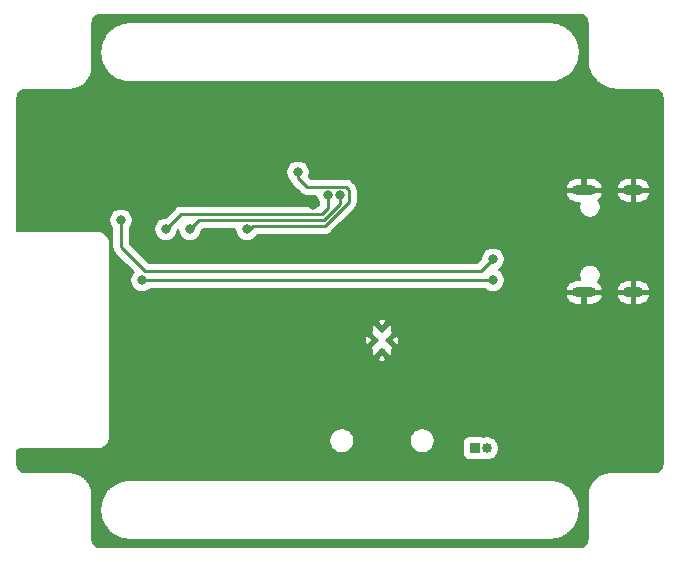
<source format=gbl>
%TF.GenerationSoftware,KiCad,Pcbnew,(5.1.10)-1*%
%TF.CreationDate,2021-12-12T00:52:53+01:00*%
%TF.ProjectId,tracker,74726163-6b65-4722-9e6b-696361645f70,rev?*%
%TF.SameCoordinates,Original*%
%TF.FileFunction,Copper,L2,Bot*%
%TF.FilePolarity,Positive*%
%FSLAX46Y46*%
G04 Gerber Fmt 4.6, Leading zero omitted, Abs format (unit mm)*
G04 Created by KiCad (PCBNEW (5.1.10)-1) date 2021-12-12 00:52:53*
%MOMM*%
%LPD*%
G01*
G04 APERTURE LIST*
%TA.AperFunction,ComponentPad*%
%ADD10O,2.000000X0.900000*%
%TD*%
%TA.AperFunction,ComponentPad*%
%ADD11O,1.700000X0.900000*%
%TD*%
%TA.AperFunction,ComponentPad*%
%ADD12R,0.850000X0.850000*%
%TD*%
%TA.AperFunction,ComponentPad*%
%ADD13O,0.850000X0.850000*%
%TD*%
%TA.AperFunction,ComponentPad*%
%ADD14C,0.500000*%
%TD*%
%TA.AperFunction,ViaPad*%
%ADD15C,0.800000*%
%TD*%
%TA.AperFunction,Conductor*%
%ADD16C,0.250000*%
%TD*%
%TA.AperFunction,Conductor*%
%ADD17C,0.200000*%
%TD*%
%TA.AperFunction,Conductor*%
%ADD18C,0.100000*%
%TD*%
G04 APERTURE END LIST*
D10*
%TO.P,J1,S1*%
%TO.N,GND*%
X181966000Y-86362000D03*
X181966000Y-77722000D03*
D11*
X186136000Y-86362000D03*
X186136000Y-77722000D03*
%TD*%
D12*
%TO.P,J2,1*%
%TO.N,Net-(C6-Pad1)*%
X172720000Y-99568000D03*
D13*
%TO.P,J2,2*%
%TO.N,Net-(C6-Pad2)*%
X173720000Y-99568000D03*
%TD*%
D14*
%TO.P,U7,11*%
%TO.N,GND*%
X164846000Y-91374000D03*
X164271000Y-90424000D03*
X165421000Y-90424000D03*
X164846000Y-89474000D03*
%TD*%
D15*
%TO.N,GND*%
X185420000Y-90678000D03*
X182880000Y-90805000D03*
X155765500Y-73025000D03*
X160524000Y-73981500D03*
X159004000Y-78994000D03*
%TO.N,SCL*%
X146558000Y-81026000D03*
X160274000Y-78105000D03*
%TO.N,SDA*%
X148590000Y-81026000D03*
X161290000Y-78105000D03*
%TO.N,TX*%
X174244000Y-83566000D03*
X142748000Y-80264000D03*
%TO.N,INT*%
X153416000Y-81026000D03*
X157734000Y-76200000D03*
%TO.N,RX*%
X174244000Y-85344000D03*
X144526000Y-85344000D03*
%TD*%
D16*
%TO.N,SCL*%
X146558000Y-81026000D02*
X147828000Y-79756000D01*
X147828000Y-79756000D02*
X159766000Y-79756000D01*
X160274000Y-79248000D02*
X160274000Y-78232000D01*
X159766000Y-79756000D02*
X160274000Y-79248000D01*
%TO.N,SDA*%
X161290000Y-78868410D02*
X161290000Y-78232000D01*
X159952401Y-80206009D02*
X161290000Y-78868410D01*
X159823990Y-80206010D02*
X159952401Y-80206009D01*
X159766000Y-80264000D02*
X159823990Y-80206010D01*
X149352000Y-80264000D02*
X159766000Y-80264000D01*
X148590000Y-81026000D02*
X149352000Y-80264000D01*
%TO.N,TX*%
X142748000Y-80264000D02*
X142748000Y-82550000D01*
X142748000Y-82550000D02*
X144780000Y-84582000D01*
X173228000Y-84582000D02*
X174244000Y-83566000D01*
X144780000Y-84582000D02*
X173228000Y-84582000D01*
%TO.N,INT*%
X157734000Y-75946000D02*
X157734000Y-76708000D01*
X162052000Y-78742820D02*
X160020000Y-80774820D01*
X158496000Y-77470000D02*
X161798000Y-77470000D01*
X162052000Y-77724000D02*
X162052000Y-78742820D01*
X161798000Y-77470000D02*
X162052000Y-77724000D01*
X157734000Y-76708000D02*
X158496000Y-77470000D01*
X153416000Y-81026000D02*
X153670000Y-81026000D01*
X153921180Y-80774820D02*
X154683180Y-80774820D01*
X154683180Y-80774820D02*
X154429180Y-80774820D01*
X153670000Y-81026000D02*
X153921180Y-80774820D01*
X160020000Y-80774820D02*
X154683180Y-80774820D01*
%TO.N,RX*%
X174244000Y-85344000D02*
X144526000Y-85344000D01*
%TD*%
D17*
%TO.N,GND*%
X181734700Y-62870224D02*
X181854645Y-62906438D01*
X181965282Y-62965264D01*
X182062377Y-63044454D01*
X182142245Y-63140997D01*
X182201838Y-63251212D01*
X182238891Y-63370911D01*
X182255000Y-63524180D01*
X182255001Y-66705704D01*
X182257701Y-66733114D01*
X182257618Y-66744945D01*
X182258470Y-66753630D01*
X182297333Y-67123384D01*
X182308722Y-67178868D01*
X182319338Y-67234517D01*
X182321860Y-67242871D01*
X182431802Y-67598035D01*
X182453765Y-67650281D01*
X182474974Y-67702777D01*
X182479070Y-67710481D01*
X182655902Y-68037526D01*
X182687586Y-68084500D01*
X182718597Y-68131890D01*
X182724105Y-68138643D01*
X182724111Y-68138651D01*
X182724118Y-68138658D01*
X182961101Y-68425122D01*
X183001284Y-68465025D01*
X183040930Y-68505510D01*
X183047653Y-68511072D01*
X183335770Y-68746055D01*
X183382980Y-68777421D01*
X183429694Y-68809407D01*
X183437359Y-68813551D01*
X183437368Y-68813557D01*
X183437377Y-68813561D01*
X183765642Y-68988103D01*
X183818041Y-69009700D01*
X183870079Y-69032004D01*
X183878409Y-69034582D01*
X183878416Y-69034585D01*
X183878423Y-69034586D01*
X184234338Y-69142044D01*
X184289910Y-69153048D01*
X184345317Y-69164825D01*
X184353991Y-69165737D01*
X184353995Y-69165737D01*
X184723445Y-69201961D01*
X184754296Y-69205000D01*
X187929434Y-69205000D01*
X188084700Y-69220224D01*
X188204645Y-69256438D01*
X188315282Y-69315264D01*
X188412377Y-69394454D01*
X188492245Y-69490997D01*
X188551838Y-69601212D01*
X188588891Y-69720911D01*
X188605000Y-69874180D01*
X188605001Y-100934424D01*
X188589776Y-101089700D01*
X188553562Y-101209646D01*
X188494737Y-101320279D01*
X188415547Y-101417376D01*
X188319005Y-101497244D01*
X188208787Y-101556838D01*
X188089089Y-101593891D01*
X187935820Y-101610000D01*
X184119296Y-101610000D01*
X184092312Y-101612658D01*
X184084490Y-101612603D01*
X184075805Y-101613455D01*
X183829302Y-101639363D01*
X183773819Y-101650752D01*
X183718166Y-101661368D01*
X183709812Y-101663890D01*
X183473036Y-101737185D01*
X183420765Y-101759158D01*
X183368295Y-101780357D01*
X183360590Y-101784453D01*
X183142561Y-101902341D01*
X183095593Y-101934021D01*
X183048196Y-101965037D01*
X183041434Y-101970552D01*
X182850454Y-102128545D01*
X182810518Y-102168761D01*
X182770067Y-102208373D01*
X182764504Y-102215097D01*
X182607850Y-102407175D01*
X182576501Y-102454359D01*
X182544497Y-102501099D01*
X182540347Y-102508775D01*
X182423984Y-102727622D01*
X182402397Y-102779997D01*
X182380083Y-102832059D01*
X182377503Y-102840395D01*
X182305863Y-103077676D01*
X182294861Y-103133240D01*
X182283082Y-103188654D01*
X182282170Y-103197333D01*
X182257983Y-103444011D01*
X182257983Y-103444019D01*
X182255001Y-103474296D01*
X182255000Y-107284434D01*
X182239776Y-107439700D01*
X182203562Y-107559646D01*
X182144737Y-107670279D01*
X182065547Y-107767376D01*
X181969005Y-107847244D01*
X181858787Y-107906838D01*
X181739089Y-107943891D01*
X181585820Y-107960000D01*
X141000566Y-107960000D01*
X140845300Y-107944776D01*
X140725354Y-107908562D01*
X140614721Y-107849737D01*
X140517624Y-107770547D01*
X140437756Y-107674005D01*
X140378162Y-107563787D01*
X140341109Y-107444089D01*
X140325000Y-107290820D01*
X140325000Y-104731652D01*
X140982618Y-104731652D01*
X140983014Y-104788299D01*
X140982618Y-104844945D01*
X140983470Y-104853630D01*
X141022333Y-105223384D01*
X141033722Y-105278868D01*
X141044338Y-105334517D01*
X141046860Y-105342871D01*
X141156802Y-105698035D01*
X141178765Y-105750281D01*
X141199974Y-105802777D01*
X141204070Y-105810481D01*
X141380902Y-106137526D01*
X141412586Y-106184500D01*
X141443597Y-106231890D01*
X141449105Y-106238643D01*
X141449111Y-106238651D01*
X141449118Y-106238658D01*
X141686101Y-106525122D01*
X141726284Y-106565025D01*
X141765930Y-106605510D01*
X141772653Y-106611072D01*
X142060770Y-106846055D01*
X142107980Y-106877421D01*
X142154694Y-106909407D01*
X142162359Y-106913551D01*
X142162368Y-106913557D01*
X142162377Y-106913561D01*
X142490642Y-107088103D01*
X142543041Y-107109700D01*
X142595079Y-107132004D01*
X142603409Y-107134582D01*
X142603416Y-107134585D01*
X142603423Y-107134586D01*
X142959338Y-107242044D01*
X143014910Y-107253048D01*
X143070317Y-107264825D01*
X143078991Y-107265737D01*
X143078995Y-107265737D01*
X143448445Y-107301961D01*
X143479296Y-107305000D01*
X179100704Y-107305000D01*
X179132880Y-107301831D01*
X179157587Y-107301831D01*
X179166266Y-107300919D01*
X179535740Y-107259476D01*
X179591130Y-107247702D01*
X179646717Y-107236696D01*
X179655053Y-107234115D01*
X180009440Y-107121697D01*
X180061517Y-107099377D01*
X180113879Y-107077795D01*
X180121550Y-107073647D01*
X180121554Y-107073645D01*
X180121557Y-107073643D01*
X180447358Y-106894533D01*
X180494137Y-106862503D01*
X180541280Y-106831181D01*
X180548004Y-106825619D01*
X180832812Y-106586637D01*
X180872441Y-106546169D01*
X180912641Y-106506249D01*
X180918156Y-106499487D01*
X181151122Y-106209736D01*
X181182169Y-106162292D01*
X181213816Y-106115373D01*
X181217910Y-106107673D01*
X181217913Y-106107669D01*
X181217915Y-106107665D01*
X181390162Y-105778186D01*
X181411387Y-105725654D01*
X181433334Y-105673443D01*
X181435856Y-105665089D01*
X181540828Y-105308424D01*
X181551446Y-105252764D01*
X181562833Y-105197292D01*
X181563685Y-105188608D01*
X181597382Y-104818348D01*
X181596986Y-104761702D01*
X181597382Y-104705055D01*
X181596530Y-104696370D01*
X181557667Y-104326616D01*
X181546273Y-104271107D01*
X181535662Y-104215482D01*
X181533140Y-104207129D01*
X181423198Y-103851965D01*
X181401240Y-103799730D01*
X181380026Y-103747223D01*
X181375930Y-103739518D01*
X181199098Y-103412474D01*
X181167396Y-103365473D01*
X181136402Y-103318110D01*
X181130887Y-103311347D01*
X180893898Y-103024878D01*
X180853719Y-102984978D01*
X180814071Y-102944491D01*
X180807347Y-102938928D01*
X180519230Y-102703945D01*
X180472020Y-102672579D01*
X180425306Y-102640593D01*
X180417641Y-102636449D01*
X180417632Y-102636443D01*
X180417623Y-102636439D01*
X180089358Y-102461898D01*
X180036978Y-102440308D01*
X179984920Y-102417996D01*
X179976584Y-102415415D01*
X179620662Y-102307956D01*
X179565083Y-102296951D01*
X179509683Y-102285175D01*
X179501010Y-102284264D01*
X179501007Y-102284263D01*
X179501004Y-102284263D01*
X179131556Y-102248039D01*
X179100704Y-102245000D01*
X143479296Y-102245000D01*
X143447120Y-102248169D01*
X143422413Y-102248169D01*
X143413734Y-102249081D01*
X143044260Y-102290524D01*
X142988870Y-102302298D01*
X142933283Y-102313304D01*
X142924947Y-102315885D01*
X142570560Y-102428303D01*
X142518496Y-102450617D01*
X142466120Y-102472205D01*
X142458444Y-102476356D01*
X142132642Y-102655468D01*
X142085889Y-102687480D01*
X142038720Y-102718819D01*
X142031996Y-102724381D01*
X141747188Y-102963363D01*
X141707543Y-103003847D01*
X141667359Y-103043751D01*
X141661849Y-103050508D01*
X141661844Y-103050513D01*
X141661840Y-103050518D01*
X141428878Y-103340264D01*
X141397852Y-103387677D01*
X141366183Y-103434628D01*
X141362090Y-103442327D01*
X141362087Y-103442331D01*
X141362087Y-103442332D01*
X141189838Y-103771814D01*
X141168613Y-103824346D01*
X141146666Y-103876557D01*
X141144144Y-103884911D01*
X141039172Y-104241576D01*
X141028554Y-104297236D01*
X141017167Y-104352708D01*
X141016315Y-104361393D01*
X140982618Y-104731652D01*
X140325000Y-104731652D01*
X140325000Y-103474296D01*
X140322342Y-103447304D01*
X140322397Y-103439490D01*
X140321545Y-103430805D01*
X140295637Y-103184302D01*
X140284248Y-103128819D01*
X140273632Y-103073166D01*
X140271110Y-103064812D01*
X140197815Y-102828036D01*
X140175842Y-102775765D01*
X140154643Y-102723295D01*
X140150547Y-102715590D01*
X140032659Y-102497561D01*
X140000979Y-102450593D01*
X139969963Y-102403196D01*
X139964448Y-102396434D01*
X139806455Y-102205454D01*
X139766239Y-102165518D01*
X139726627Y-102125067D01*
X139719903Y-102119504D01*
X139527825Y-101962850D01*
X139480641Y-101931501D01*
X139433901Y-101899497D01*
X139426225Y-101895347D01*
X139207378Y-101778984D01*
X139155003Y-101757397D01*
X139102941Y-101735083D01*
X139094605Y-101732503D01*
X139094607Y-101732503D01*
X139094599Y-101732501D01*
X138857324Y-101660863D01*
X138801760Y-101649861D01*
X138746346Y-101638082D01*
X138737671Y-101637170D01*
X138737667Y-101637170D01*
X138491557Y-101613039D01*
X138460704Y-101610000D01*
X134650566Y-101610000D01*
X134495300Y-101594776D01*
X134375354Y-101558562D01*
X134264721Y-101499737D01*
X134167624Y-101420547D01*
X134087756Y-101324005D01*
X134028162Y-101213787D01*
X133991109Y-101094089D01*
X133975000Y-100940820D01*
X133975000Y-99699706D01*
X134023829Y-99685164D01*
X134201167Y-99668000D01*
X140732000Y-99668000D01*
X140741802Y-99667518D01*
X140936892Y-99648303D01*
X140956118Y-99644479D01*
X141143711Y-99587574D01*
X141161823Y-99580072D01*
X141334710Y-99487662D01*
X141351009Y-99476771D01*
X141502546Y-99352408D01*
X141516408Y-99338546D01*
X141640771Y-99187009D01*
X141651662Y-99170710D01*
X141744072Y-98997823D01*
X141751574Y-98979711D01*
X141797113Y-98829584D01*
X160396000Y-98829584D01*
X160396000Y-99036416D01*
X160436350Y-99239274D01*
X160515502Y-99430362D01*
X160630411Y-99602336D01*
X160776664Y-99748589D01*
X160948638Y-99863498D01*
X161139726Y-99942650D01*
X161342584Y-99983000D01*
X161549416Y-99983000D01*
X161752274Y-99942650D01*
X161943362Y-99863498D01*
X162115336Y-99748589D01*
X162261589Y-99602336D01*
X162376498Y-99430362D01*
X162455650Y-99239274D01*
X162496000Y-99036416D01*
X162496000Y-98829584D01*
X167196000Y-98829584D01*
X167196000Y-99036416D01*
X167236350Y-99239274D01*
X167315502Y-99430362D01*
X167430411Y-99602336D01*
X167576664Y-99748589D01*
X167748638Y-99863498D01*
X167939726Y-99942650D01*
X168142584Y-99983000D01*
X168349416Y-99983000D01*
X168552274Y-99942650D01*
X168743362Y-99863498D01*
X168915336Y-99748589D01*
X169061589Y-99602336D01*
X169176498Y-99430362D01*
X169255650Y-99239274D01*
X169274799Y-99143000D01*
X171692097Y-99143000D01*
X171692097Y-99993000D01*
X171703682Y-100110621D01*
X171737990Y-100223721D01*
X171793704Y-100327955D01*
X171868683Y-100419317D01*
X171960045Y-100494296D01*
X172064279Y-100550010D01*
X172177379Y-100584318D01*
X172295000Y-100595903D01*
X173145000Y-100595903D01*
X173262621Y-100584318D01*
X173375721Y-100550010D01*
X173391703Y-100541467D01*
X173421018Y-100553610D01*
X173619046Y-100593000D01*
X173820954Y-100593000D01*
X174018982Y-100553610D01*
X174205520Y-100476344D01*
X174373400Y-100364170D01*
X174516170Y-100221400D01*
X174628344Y-100053520D01*
X174705610Y-99866982D01*
X174745000Y-99668954D01*
X174745000Y-99467046D01*
X174705610Y-99269018D01*
X174628344Y-99082480D01*
X174516170Y-98914600D01*
X174373400Y-98771830D01*
X174205520Y-98659656D01*
X174018982Y-98582390D01*
X173820954Y-98543000D01*
X173619046Y-98543000D01*
X173421018Y-98582390D01*
X173391703Y-98594533D01*
X173375721Y-98585990D01*
X173262621Y-98551682D01*
X173145000Y-98540097D01*
X172295000Y-98540097D01*
X172177379Y-98551682D01*
X172064279Y-98585990D01*
X171960045Y-98641704D01*
X171868683Y-98716683D01*
X171793704Y-98808045D01*
X171737990Y-98912279D01*
X171703682Y-99025379D01*
X171692097Y-99143000D01*
X169274799Y-99143000D01*
X169296000Y-99036416D01*
X169296000Y-98829584D01*
X169255650Y-98626726D01*
X169176498Y-98435638D01*
X169061589Y-98263664D01*
X168915336Y-98117411D01*
X168743362Y-98002502D01*
X168552274Y-97923350D01*
X168349416Y-97883000D01*
X168142584Y-97883000D01*
X167939726Y-97923350D01*
X167748638Y-98002502D01*
X167576664Y-98117411D01*
X167430411Y-98263664D01*
X167315502Y-98435638D01*
X167236350Y-98626726D01*
X167196000Y-98829584D01*
X162496000Y-98829584D01*
X162455650Y-98626726D01*
X162376498Y-98435638D01*
X162261589Y-98263664D01*
X162115336Y-98117411D01*
X161943362Y-98002502D01*
X161752274Y-97923350D01*
X161549416Y-97883000D01*
X161342584Y-97883000D01*
X161139726Y-97923350D01*
X160948638Y-98002502D01*
X160776664Y-98117411D01*
X160630411Y-98263664D01*
X160515502Y-98435638D01*
X160436350Y-98626726D01*
X160396000Y-98829584D01*
X141797113Y-98829584D01*
X141808479Y-98792118D01*
X141812303Y-98772892D01*
X141831518Y-98577802D01*
X141832000Y-98568000D01*
X141832000Y-91966520D01*
X164465612Y-91966520D01*
X164473120Y-92142420D01*
X164630196Y-92200401D01*
X164795566Y-92226623D01*
X164962873Y-92220079D01*
X165125689Y-92181021D01*
X165218880Y-92142420D01*
X165226388Y-91966520D01*
X164846000Y-91586132D01*
X164465612Y-91966520D01*
X141832000Y-91966520D01*
X141832000Y-90373566D01*
X163418377Y-90373566D01*
X163424921Y-90540873D01*
X163463979Y-90703689D01*
X163502580Y-90796880D01*
X163678480Y-90804388D01*
X164058868Y-90424000D01*
X163678480Y-90043612D01*
X163502580Y-90051120D01*
X163444599Y-90208196D01*
X163418377Y-90373566D01*
X141832000Y-90373566D01*
X141832000Y-89831480D01*
X163890612Y-89831480D01*
X164271000Y-90211868D01*
X164285143Y-90197726D01*
X164497275Y-90409858D01*
X164483132Y-90424000D01*
X164497275Y-90438143D01*
X164285143Y-90650275D01*
X164271000Y-90636132D01*
X163890612Y-91016520D01*
X163898120Y-91192420D01*
X164007755Y-91232889D01*
X163993377Y-91323566D01*
X163999921Y-91490873D01*
X164038979Y-91653689D01*
X164077580Y-91746880D01*
X164253480Y-91754388D01*
X164633868Y-91374000D01*
X164619726Y-91359858D01*
X164831858Y-91147726D01*
X164846000Y-91161868D01*
X164860143Y-91147726D01*
X165072275Y-91359858D01*
X165058132Y-91374000D01*
X165438520Y-91754388D01*
X165614420Y-91746880D01*
X165672401Y-91589804D01*
X165698623Y-91424434D01*
X165692079Y-91257127D01*
X165686626Y-91234395D01*
X165700689Y-91231021D01*
X165793880Y-91192420D01*
X165801388Y-91016520D01*
X165421000Y-90636132D01*
X165406858Y-90650275D01*
X165194726Y-90438143D01*
X165208868Y-90424000D01*
X165633132Y-90424000D01*
X166013520Y-90804388D01*
X166189420Y-90796880D01*
X166247401Y-90639804D01*
X166273623Y-90474434D01*
X166267079Y-90307127D01*
X166228021Y-90144311D01*
X166189420Y-90051120D01*
X166013520Y-90043612D01*
X165633132Y-90424000D01*
X165208868Y-90424000D01*
X165194726Y-90409858D01*
X165406858Y-90197726D01*
X165421000Y-90211868D01*
X165801388Y-89831480D01*
X165793880Y-89655580D01*
X165684245Y-89615111D01*
X165698623Y-89524434D01*
X165692079Y-89357127D01*
X165653021Y-89194311D01*
X165614420Y-89101120D01*
X165438520Y-89093612D01*
X165058132Y-89474000D01*
X165072275Y-89488143D01*
X164860143Y-89700275D01*
X164846000Y-89686132D01*
X164831858Y-89700275D01*
X164619726Y-89488143D01*
X164633868Y-89474000D01*
X164253480Y-89093612D01*
X164077580Y-89101120D01*
X164019599Y-89258196D01*
X163993377Y-89423566D01*
X163999921Y-89590873D01*
X164005374Y-89613605D01*
X163991311Y-89616979D01*
X163898120Y-89655580D01*
X163890612Y-89831480D01*
X141832000Y-89831480D01*
X141832000Y-88881480D01*
X164465612Y-88881480D01*
X164846000Y-89261868D01*
X165226388Y-88881480D01*
X165218880Y-88705580D01*
X165061804Y-88647599D01*
X164896434Y-88621377D01*
X164729127Y-88627921D01*
X164566311Y-88666979D01*
X164473120Y-88705580D01*
X164465612Y-88881480D01*
X141832000Y-88881480D01*
X141832000Y-86672725D01*
X180413030Y-86672725D01*
X180459621Y-86820627D01*
X180567471Y-86998395D01*
X180707930Y-87151707D01*
X180875600Y-87274671D01*
X181064037Y-87362561D01*
X181266000Y-87412000D01*
X181816000Y-87412000D01*
X181816000Y-86512000D01*
X182116000Y-86512000D01*
X182116000Y-87412000D01*
X182666000Y-87412000D01*
X182867963Y-87362561D01*
X183056400Y-87274671D01*
X183224070Y-87151707D01*
X183364529Y-86998395D01*
X183472379Y-86820627D01*
X183518970Y-86672725D01*
X184733030Y-86672725D01*
X184779621Y-86820627D01*
X184887471Y-86998395D01*
X185027930Y-87151707D01*
X185195600Y-87274671D01*
X185384037Y-87362561D01*
X185586000Y-87412000D01*
X185986000Y-87412000D01*
X185986000Y-86512000D01*
X186286000Y-86512000D01*
X186286000Y-87412000D01*
X186686000Y-87412000D01*
X186887963Y-87362561D01*
X187076400Y-87274671D01*
X187244070Y-87151707D01*
X187384529Y-86998395D01*
X187492379Y-86820627D01*
X187538970Y-86672725D01*
X187423412Y-86512000D01*
X186286000Y-86512000D01*
X185986000Y-86512000D01*
X184848588Y-86512000D01*
X184733030Y-86672725D01*
X183518970Y-86672725D01*
X183403412Y-86512000D01*
X182116000Y-86512000D01*
X181816000Y-86512000D01*
X180528588Y-86512000D01*
X180413030Y-86672725D01*
X141832000Y-86672725D01*
X141832000Y-82280000D01*
X141831518Y-82270198D01*
X141812303Y-82075108D01*
X141808479Y-82055882D01*
X141751574Y-81868289D01*
X141744072Y-81850177D01*
X141651662Y-81677290D01*
X141640771Y-81660991D01*
X141516408Y-81509454D01*
X141502546Y-81495592D01*
X141351009Y-81371229D01*
X141334710Y-81360338D01*
X141161823Y-81267928D01*
X141143711Y-81260426D01*
X140956118Y-81203521D01*
X140936892Y-81199697D01*
X140741802Y-81180482D01*
X140732000Y-81180000D01*
X134227908Y-81180000D01*
X134047515Y-81162232D01*
X133975000Y-81140235D01*
X133975000Y-80165509D01*
X141748000Y-80165509D01*
X141748000Y-80362491D01*
X141786429Y-80555689D01*
X141861811Y-80737678D01*
X141971249Y-80901463D01*
X142023000Y-80953214D01*
X142023001Y-82514393D01*
X142019494Y-82550000D01*
X142033492Y-82692124D01*
X142074947Y-82828787D01*
X142142269Y-82954736D01*
X142210170Y-83037474D01*
X142210173Y-83037477D01*
X142232869Y-83065132D01*
X142260523Y-83087827D01*
X143814241Y-84641545D01*
X143749249Y-84706537D01*
X143639811Y-84870322D01*
X143564429Y-85052311D01*
X143526000Y-85245509D01*
X143526000Y-85442491D01*
X143564429Y-85635689D01*
X143639811Y-85817678D01*
X143749249Y-85981463D01*
X143888537Y-86120751D01*
X144052322Y-86230189D01*
X144234311Y-86305571D01*
X144427509Y-86344000D01*
X144624491Y-86344000D01*
X144817689Y-86305571D01*
X144999678Y-86230189D01*
X145163463Y-86120751D01*
X145215214Y-86069000D01*
X173554786Y-86069000D01*
X173606537Y-86120751D01*
X173770322Y-86230189D01*
X173952311Y-86305571D01*
X174145509Y-86344000D01*
X174342491Y-86344000D01*
X174535689Y-86305571D01*
X174717678Y-86230189D01*
X174881463Y-86120751D01*
X174950939Y-86051275D01*
X180413030Y-86051275D01*
X180528588Y-86212000D01*
X181816000Y-86212000D01*
X181816000Y-86192000D01*
X182116000Y-86192000D01*
X182116000Y-86212000D01*
X183403412Y-86212000D01*
X183518970Y-86051275D01*
X184733030Y-86051275D01*
X184848588Y-86212000D01*
X185986000Y-86212000D01*
X185986000Y-85312000D01*
X186286000Y-85312000D01*
X186286000Y-86212000D01*
X187423412Y-86212000D01*
X187538970Y-86051275D01*
X187492379Y-85903373D01*
X187384529Y-85725605D01*
X187244070Y-85572293D01*
X187076400Y-85449329D01*
X186887963Y-85361439D01*
X186686000Y-85312000D01*
X186286000Y-85312000D01*
X185986000Y-85312000D01*
X185586000Y-85312000D01*
X185384037Y-85361439D01*
X185195600Y-85449329D01*
X185027930Y-85572293D01*
X184887471Y-85725605D01*
X184779621Y-85903373D01*
X184733030Y-86051275D01*
X183518970Y-86051275D01*
X183472379Y-85903373D01*
X183364529Y-85725605D01*
X183224070Y-85572293D01*
X183140089Y-85510704D01*
X183145076Y-85505717D01*
X183243570Y-85358310D01*
X183311414Y-85194520D01*
X183346000Y-85020642D01*
X183346000Y-84843358D01*
X183311414Y-84669480D01*
X183243570Y-84505690D01*
X183145076Y-84358283D01*
X183019717Y-84232924D01*
X182872310Y-84134430D01*
X182708520Y-84066586D01*
X182534642Y-84032000D01*
X182357358Y-84032000D01*
X182183480Y-84066586D01*
X182019690Y-84134430D01*
X181872283Y-84232924D01*
X181746924Y-84358283D01*
X181648430Y-84505690D01*
X181580586Y-84669480D01*
X181546000Y-84843358D01*
X181546000Y-85020642D01*
X181580586Y-85194520D01*
X181629248Y-85312000D01*
X181266000Y-85312000D01*
X181064037Y-85361439D01*
X180875600Y-85449329D01*
X180707930Y-85572293D01*
X180567471Y-85725605D01*
X180459621Y-85903373D01*
X180413030Y-86051275D01*
X174950939Y-86051275D01*
X175020751Y-85981463D01*
X175130189Y-85817678D01*
X175205571Y-85635689D01*
X175244000Y-85442491D01*
X175244000Y-85245509D01*
X175205571Y-85052311D01*
X175130189Y-84870322D01*
X175020751Y-84706537D01*
X174881463Y-84567249D01*
X174717678Y-84457811D01*
X174710892Y-84455000D01*
X174717678Y-84452189D01*
X174881463Y-84342751D01*
X175020751Y-84203463D01*
X175130189Y-84039678D01*
X175205571Y-83857689D01*
X175244000Y-83664491D01*
X175244000Y-83467509D01*
X175205571Y-83274311D01*
X175130189Y-83092322D01*
X175020751Y-82928537D01*
X174881463Y-82789249D01*
X174717678Y-82679811D01*
X174535689Y-82604429D01*
X174342491Y-82566000D01*
X174145509Y-82566000D01*
X173952311Y-82604429D01*
X173770322Y-82679811D01*
X173606537Y-82789249D01*
X173467249Y-82928537D01*
X173357811Y-83092322D01*
X173282429Y-83274311D01*
X173244000Y-83467509D01*
X173244000Y-83540695D01*
X172927696Y-83857000D01*
X145080305Y-83857000D01*
X143473000Y-82249696D01*
X143473000Y-80953214D01*
X143498705Y-80927509D01*
X145558000Y-80927509D01*
X145558000Y-81124491D01*
X145596429Y-81317689D01*
X145671811Y-81499678D01*
X145781249Y-81663463D01*
X145920537Y-81802751D01*
X146084322Y-81912189D01*
X146266311Y-81987571D01*
X146459509Y-82026000D01*
X146656491Y-82026000D01*
X146849689Y-81987571D01*
X147031678Y-81912189D01*
X147195463Y-81802751D01*
X147334751Y-81663463D01*
X147444189Y-81499678D01*
X147519571Y-81317689D01*
X147558000Y-81124491D01*
X147558000Y-81051304D01*
X147590000Y-81019304D01*
X147590000Y-81124491D01*
X147628429Y-81317689D01*
X147703811Y-81499678D01*
X147813249Y-81663463D01*
X147952537Y-81802751D01*
X148116322Y-81912189D01*
X148298311Y-81987571D01*
X148491509Y-82026000D01*
X148688491Y-82026000D01*
X148881689Y-81987571D01*
X149063678Y-81912189D01*
X149227463Y-81802751D01*
X149366751Y-81663463D01*
X149476189Y-81499678D01*
X149551571Y-81317689D01*
X149590000Y-81124491D01*
X149590000Y-81051305D01*
X149652305Y-80989000D01*
X152416000Y-80989000D01*
X152416000Y-81124491D01*
X152454429Y-81317689D01*
X152529811Y-81499678D01*
X152639249Y-81663463D01*
X152778537Y-81802751D01*
X152942322Y-81912189D01*
X153124311Y-81987571D01*
X153317509Y-82026000D01*
X153514491Y-82026000D01*
X153707689Y-81987571D01*
X153889678Y-81912189D01*
X154053463Y-81802751D01*
X154192751Y-81663463D01*
X154302094Y-81499820D01*
X159984403Y-81499820D01*
X160020000Y-81503326D01*
X160055597Y-81499820D01*
X160055607Y-81499820D01*
X160162125Y-81489329D01*
X160298788Y-81447873D01*
X160424737Y-81380551D01*
X160535132Y-81289952D01*
X160557832Y-81262292D01*
X162539477Y-79280648D01*
X162567132Y-79257952D01*
X162599781Y-79218170D01*
X162657731Y-79147557D01*
X162725053Y-79021608D01*
X162734280Y-78991189D01*
X162766509Y-78884945D01*
X162777000Y-78778427D01*
X162777000Y-78778417D01*
X162780506Y-78742820D01*
X162777000Y-78707223D01*
X162777000Y-78032725D01*
X180413030Y-78032725D01*
X180459621Y-78180627D01*
X180567471Y-78358395D01*
X180707930Y-78511707D01*
X180875600Y-78634671D01*
X181064037Y-78722561D01*
X181266000Y-78772000D01*
X181629248Y-78772000D01*
X181580586Y-78889480D01*
X181546000Y-79063358D01*
X181546000Y-79240642D01*
X181580586Y-79414520D01*
X181648430Y-79578310D01*
X181746924Y-79725717D01*
X181872283Y-79851076D01*
X182019690Y-79949570D01*
X182183480Y-80017414D01*
X182357358Y-80052000D01*
X182534642Y-80052000D01*
X182708520Y-80017414D01*
X182872310Y-79949570D01*
X183019717Y-79851076D01*
X183145076Y-79725717D01*
X183243570Y-79578310D01*
X183311414Y-79414520D01*
X183346000Y-79240642D01*
X183346000Y-79063358D01*
X183311414Y-78889480D01*
X183243570Y-78725690D01*
X183145076Y-78578283D01*
X183140089Y-78573296D01*
X183224070Y-78511707D01*
X183364529Y-78358395D01*
X183472379Y-78180627D01*
X183518970Y-78032725D01*
X184733030Y-78032725D01*
X184779621Y-78180627D01*
X184887471Y-78358395D01*
X185027930Y-78511707D01*
X185195600Y-78634671D01*
X185384037Y-78722561D01*
X185586000Y-78772000D01*
X185986000Y-78772000D01*
X185986000Y-77872000D01*
X186286000Y-77872000D01*
X186286000Y-78772000D01*
X186686000Y-78772000D01*
X186887963Y-78722561D01*
X187076400Y-78634671D01*
X187244070Y-78511707D01*
X187384529Y-78358395D01*
X187492379Y-78180627D01*
X187538970Y-78032725D01*
X187423412Y-77872000D01*
X186286000Y-77872000D01*
X185986000Y-77872000D01*
X184848588Y-77872000D01*
X184733030Y-78032725D01*
X183518970Y-78032725D01*
X183403412Y-77872000D01*
X182116000Y-77872000D01*
X182116000Y-77892000D01*
X181816000Y-77892000D01*
X181816000Y-77872000D01*
X180528588Y-77872000D01*
X180413030Y-78032725D01*
X162777000Y-78032725D01*
X162777000Y-77759596D01*
X162780506Y-77723999D01*
X162777000Y-77688402D01*
X162777000Y-77688393D01*
X162766509Y-77581875D01*
X162725053Y-77445212D01*
X162706914Y-77411275D01*
X180413030Y-77411275D01*
X180528588Y-77572000D01*
X181816000Y-77572000D01*
X181816000Y-76672000D01*
X182116000Y-76672000D01*
X182116000Y-77572000D01*
X183403412Y-77572000D01*
X183518970Y-77411275D01*
X184733030Y-77411275D01*
X184848588Y-77572000D01*
X185986000Y-77572000D01*
X185986000Y-76672000D01*
X186286000Y-76672000D01*
X186286000Y-77572000D01*
X187423412Y-77572000D01*
X187538970Y-77411275D01*
X187492379Y-77263373D01*
X187384529Y-77085605D01*
X187244070Y-76932293D01*
X187076400Y-76809329D01*
X186887963Y-76721439D01*
X186686000Y-76672000D01*
X186286000Y-76672000D01*
X185986000Y-76672000D01*
X185586000Y-76672000D01*
X185384037Y-76721439D01*
X185195600Y-76809329D01*
X185027930Y-76932293D01*
X184887471Y-77085605D01*
X184779621Y-77263373D01*
X184733030Y-77411275D01*
X183518970Y-77411275D01*
X183472379Y-77263373D01*
X183364529Y-77085605D01*
X183224070Y-76932293D01*
X183056400Y-76809329D01*
X182867963Y-76721439D01*
X182666000Y-76672000D01*
X182116000Y-76672000D01*
X181816000Y-76672000D01*
X181266000Y-76672000D01*
X181064037Y-76721439D01*
X180875600Y-76809329D01*
X180707930Y-76932293D01*
X180567471Y-77085605D01*
X180459621Y-77263373D01*
X180413030Y-77411275D01*
X162706914Y-77411275D01*
X162657731Y-77319263D01*
X162567131Y-77208868D01*
X162539476Y-77186172D01*
X162335832Y-76982528D01*
X162313132Y-76954868D01*
X162202737Y-76864269D01*
X162076788Y-76796947D01*
X161940125Y-76755491D01*
X161833607Y-76745000D01*
X161833597Y-76745000D01*
X161798000Y-76741494D01*
X161762403Y-76745000D01*
X158796305Y-76745000D01*
X158650882Y-76599578D01*
X158695571Y-76491689D01*
X158734000Y-76298491D01*
X158734000Y-76101509D01*
X158695571Y-75908311D01*
X158620189Y-75726322D01*
X158510751Y-75562537D01*
X158371463Y-75423249D01*
X158207678Y-75313811D01*
X158025689Y-75238429D01*
X157832491Y-75200000D01*
X157635509Y-75200000D01*
X157442311Y-75238429D01*
X157260322Y-75313811D01*
X157096537Y-75423249D01*
X156957249Y-75562537D01*
X156847811Y-75726322D01*
X156772429Y-75908311D01*
X156734000Y-76101509D01*
X156734000Y-76298491D01*
X156772429Y-76491689D01*
X156847811Y-76673678D01*
X156957249Y-76837463D01*
X157041080Y-76921294D01*
X157044380Y-76932170D01*
X157060947Y-76986787D01*
X157128269Y-77112736D01*
X157196170Y-77195474D01*
X157196173Y-77195477D01*
X157218869Y-77223132D01*
X157246523Y-77245827D01*
X157958172Y-77957477D01*
X157980868Y-77985132D01*
X158008523Y-78007828D01*
X158008525Y-78007830D01*
X158016426Y-78014314D01*
X158091263Y-78075731D01*
X158217212Y-78143053D01*
X158353875Y-78184509D01*
X158460393Y-78195000D01*
X158460403Y-78195000D01*
X158496000Y-78198506D01*
X158531597Y-78195000D01*
X159274000Y-78195000D01*
X159274000Y-78203491D01*
X159312429Y-78396689D01*
X159387811Y-78578678D01*
X159497249Y-78742463D01*
X159549000Y-78794214D01*
X159549000Y-78947695D01*
X159465696Y-79031000D01*
X147863596Y-79031000D01*
X147827999Y-79027494D01*
X147792402Y-79031000D01*
X147792393Y-79031000D01*
X147685875Y-79041491D01*
X147549212Y-79082947D01*
X147423263Y-79150269D01*
X147340525Y-79218170D01*
X147340523Y-79218172D01*
X147312868Y-79240868D01*
X147290172Y-79268523D01*
X146532696Y-80026000D01*
X146459509Y-80026000D01*
X146266311Y-80064429D01*
X146084322Y-80139811D01*
X145920537Y-80249249D01*
X145781249Y-80388537D01*
X145671811Y-80552322D01*
X145596429Y-80734311D01*
X145558000Y-80927509D01*
X143498705Y-80927509D01*
X143524751Y-80901463D01*
X143634189Y-80737678D01*
X143709571Y-80555689D01*
X143748000Y-80362491D01*
X143748000Y-80165509D01*
X143709571Y-79972311D01*
X143634189Y-79790322D01*
X143524751Y-79626537D01*
X143385463Y-79487249D01*
X143221678Y-79377811D01*
X143039689Y-79302429D01*
X142846491Y-79264000D01*
X142649509Y-79264000D01*
X142456311Y-79302429D01*
X142274322Y-79377811D01*
X142110537Y-79487249D01*
X141971249Y-79626537D01*
X141861811Y-79790322D01*
X141786429Y-79972311D01*
X141748000Y-80165509D01*
X133975000Y-80165509D01*
X133975000Y-69880566D01*
X133990224Y-69725300D01*
X134026438Y-69605355D01*
X134085264Y-69494718D01*
X134164454Y-69397623D01*
X134260997Y-69317755D01*
X134371212Y-69258162D01*
X134490911Y-69221109D01*
X134644180Y-69205000D01*
X138460704Y-69205000D01*
X138487688Y-69202342D01*
X138495510Y-69202397D01*
X138504195Y-69201545D01*
X138750698Y-69175637D01*
X138806175Y-69164249D01*
X138861834Y-69153632D01*
X138870188Y-69151110D01*
X139106964Y-69077815D01*
X139159235Y-69055842D01*
X139211705Y-69034643D01*
X139219409Y-69030547D01*
X139437439Y-68912659D01*
X139484407Y-68880979D01*
X139531804Y-68849963D01*
X139538566Y-68844448D01*
X139729546Y-68686455D01*
X139769482Y-68646239D01*
X139809933Y-68606627D01*
X139815490Y-68599909D01*
X139815496Y-68599903D01*
X139815500Y-68599896D01*
X139972150Y-68407826D01*
X140003516Y-68360616D01*
X140035502Y-68313902D01*
X140039653Y-68306226D01*
X140156016Y-68087378D01*
X140177608Y-68034992D01*
X140199917Y-67982941D01*
X140202495Y-67974611D01*
X140202498Y-67974604D01*
X140202499Y-67974597D01*
X140274137Y-67737324D01*
X140285139Y-67681760D01*
X140296918Y-67626346D01*
X140297830Y-67617667D01*
X140322017Y-67370989D01*
X140325000Y-67340704D01*
X140325000Y-65996652D01*
X140982618Y-65996652D01*
X140983014Y-66053298D01*
X140982618Y-66109945D01*
X140983470Y-66118630D01*
X141022333Y-66488384D01*
X141033722Y-66543868D01*
X141044338Y-66599517D01*
X141046860Y-66607871D01*
X141156802Y-66963035D01*
X141178765Y-67015281D01*
X141199974Y-67067777D01*
X141204070Y-67075481D01*
X141380902Y-67402526D01*
X141412586Y-67449500D01*
X141443597Y-67496890D01*
X141449105Y-67503643D01*
X141449111Y-67503651D01*
X141449118Y-67503658D01*
X141686101Y-67790122D01*
X141726284Y-67830025D01*
X141765930Y-67870510D01*
X141772653Y-67876072D01*
X142060770Y-68111055D01*
X142107980Y-68142421D01*
X142154694Y-68174407D01*
X142162359Y-68178551D01*
X142162368Y-68178557D01*
X142162377Y-68178561D01*
X142490642Y-68353103D01*
X142543041Y-68374700D01*
X142595079Y-68397004D01*
X142603409Y-68399582D01*
X142603416Y-68399585D01*
X142603423Y-68399586D01*
X142959338Y-68507044D01*
X143014910Y-68518048D01*
X143070317Y-68529825D01*
X143078991Y-68530737D01*
X143078995Y-68530737D01*
X143448445Y-68566961D01*
X143479296Y-68570000D01*
X179100704Y-68570000D01*
X179132880Y-68566831D01*
X179157587Y-68566831D01*
X179166266Y-68565919D01*
X179535740Y-68524476D01*
X179591130Y-68512702D01*
X179646717Y-68501696D01*
X179655053Y-68499115D01*
X180009440Y-68386697D01*
X180061517Y-68364377D01*
X180113879Y-68342795D01*
X180121550Y-68338647D01*
X180121554Y-68338645D01*
X180121557Y-68338643D01*
X180447358Y-68159533D01*
X180494137Y-68127503D01*
X180541280Y-68096181D01*
X180548004Y-68090619D01*
X180832812Y-67851637D01*
X180872441Y-67811169D01*
X180912641Y-67771249D01*
X180918156Y-67764487D01*
X181151122Y-67474736D01*
X181182169Y-67427292D01*
X181213816Y-67380373D01*
X181217910Y-67372673D01*
X181217913Y-67372669D01*
X181217915Y-67372665D01*
X181390162Y-67043186D01*
X181411387Y-66990654D01*
X181433334Y-66938443D01*
X181435856Y-66930089D01*
X181540828Y-66573424D01*
X181551446Y-66517764D01*
X181562833Y-66462292D01*
X181563685Y-66453608D01*
X181597382Y-66083348D01*
X181596986Y-66026702D01*
X181597382Y-65970055D01*
X181596530Y-65961370D01*
X181557667Y-65591616D01*
X181546273Y-65536107D01*
X181535662Y-65480482D01*
X181533140Y-65472129D01*
X181423198Y-65116965D01*
X181401240Y-65064730D01*
X181380026Y-65012223D01*
X181375930Y-65004518D01*
X181199098Y-64677474D01*
X181167396Y-64630473D01*
X181136402Y-64583110D01*
X181130887Y-64576347D01*
X180893898Y-64289878D01*
X180853719Y-64249978D01*
X180814071Y-64209491D01*
X180807347Y-64203928D01*
X180519230Y-63968945D01*
X180472020Y-63937579D01*
X180425306Y-63905593D01*
X180417641Y-63901449D01*
X180417632Y-63901443D01*
X180417623Y-63901439D01*
X180089358Y-63726898D01*
X180036978Y-63705308D01*
X179984920Y-63682996D01*
X179976584Y-63680415D01*
X179620662Y-63572956D01*
X179565083Y-63561951D01*
X179509683Y-63550175D01*
X179501010Y-63549264D01*
X179501007Y-63549263D01*
X179501004Y-63549263D01*
X179131556Y-63513039D01*
X179100704Y-63510000D01*
X143479296Y-63510000D01*
X143447120Y-63513169D01*
X143422413Y-63513169D01*
X143413734Y-63514081D01*
X143044260Y-63555524D01*
X142988870Y-63567298D01*
X142933283Y-63578304D01*
X142924947Y-63580885D01*
X142570560Y-63693303D01*
X142518496Y-63715617D01*
X142466120Y-63737205D01*
X142458444Y-63741356D01*
X142132642Y-63920468D01*
X142085889Y-63952480D01*
X142038720Y-63983819D01*
X142031996Y-63989381D01*
X141747188Y-64228363D01*
X141707543Y-64268847D01*
X141667359Y-64308751D01*
X141661849Y-64315508D01*
X141661844Y-64315513D01*
X141661840Y-64315518D01*
X141428878Y-64605264D01*
X141397852Y-64652677D01*
X141366183Y-64699628D01*
X141362090Y-64707327D01*
X141362087Y-64707331D01*
X141362087Y-64707332D01*
X141189838Y-65036814D01*
X141168613Y-65089346D01*
X141146666Y-65141557D01*
X141144144Y-65149911D01*
X141039172Y-65506576D01*
X141028554Y-65562236D01*
X141017167Y-65617708D01*
X141016315Y-65626393D01*
X140982618Y-65996652D01*
X140325000Y-65996652D01*
X140325000Y-63530566D01*
X140340224Y-63375300D01*
X140376438Y-63255355D01*
X140435264Y-63144718D01*
X140514454Y-63047623D01*
X140610997Y-62967755D01*
X140721212Y-62908162D01*
X140840911Y-62871109D01*
X140994180Y-62855000D01*
X181579434Y-62855000D01*
X181734700Y-62870224D01*
%TA.AperFunction,Conductor*%
D18*
G36*
X181734700Y-62870224D02*
G01*
X181854645Y-62906438D01*
X181965282Y-62965264D01*
X182062377Y-63044454D01*
X182142245Y-63140997D01*
X182201838Y-63251212D01*
X182238891Y-63370911D01*
X182255000Y-63524180D01*
X182255001Y-66705704D01*
X182257701Y-66733114D01*
X182257618Y-66744945D01*
X182258470Y-66753630D01*
X182297333Y-67123384D01*
X182308722Y-67178868D01*
X182319338Y-67234517D01*
X182321860Y-67242871D01*
X182431802Y-67598035D01*
X182453765Y-67650281D01*
X182474974Y-67702777D01*
X182479070Y-67710481D01*
X182655902Y-68037526D01*
X182687586Y-68084500D01*
X182718597Y-68131890D01*
X182724105Y-68138643D01*
X182724111Y-68138651D01*
X182724118Y-68138658D01*
X182961101Y-68425122D01*
X183001284Y-68465025D01*
X183040930Y-68505510D01*
X183047653Y-68511072D01*
X183335770Y-68746055D01*
X183382980Y-68777421D01*
X183429694Y-68809407D01*
X183437359Y-68813551D01*
X183437368Y-68813557D01*
X183437377Y-68813561D01*
X183765642Y-68988103D01*
X183818041Y-69009700D01*
X183870079Y-69032004D01*
X183878409Y-69034582D01*
X183878416Y-69034585D01*
X183878423Y-69034586D01*
X184234338Y-69142044D01*
X184289910Y-69153048D01*
X184345317Y-69164825D01*
X184353991Y-69165737D01*
X184353995Y-69165737D01*
X184723445Y-69201961D01*
X184754296Y-69205000D01*
X187929434Y-69205000D01*
X188084700Y-69220224D01*
X188204645Y-69256438D01*
X188315282Y-69315264D01*
X188412377Y-69394454D01*
X188492245Y-69490997D01*
X188551838Y-69601212D01*
X188588891Y-69720911D01*
X188605000Y-69874180D01*
X188605001Y-100934424D01*
X188589776Y-101089700D01*
X188553562Y-101209646D01*
X188494737Y-101320279D01*
X188415547Y-101417376D01*
X188319005Y-101497244D01*
X188208787Y-101556838D01*
X188089089Y-101593891D01*
X187935820Y-101610000D01*
X184119296Y-101610000D01*
X184092312Y-101612658D01*
X184084490Y-101612603D01*
X184075805Y-101613455D01*
X183829302Y-101639363D01*
X183773819Y-101650752D01*
X183718166Y-101661368D01*
X183709812Y-101663890D01*
X183473036Y-101737185D01*
X183420765Y-101759158D01*
X183368295Y-101780357D01*
X183360590Y-101784453D01*
X183142561Y-101902341D01*
X183095593Y-101934021D01*
X183048196Y-101965037D01*
X183041434Y-101970552D01*
X182850454Y-102128545D01*
X182810518Y-102168761D01*
X182770067Y-102208373D01*
X182764504Y-102215097D01*
X182607850Y-102407175D01*
X182576501Y-102454359D01*
X182544497Y-102501099D01*
X182540347Y-102508775D01*
X182423984Y-102727622D01*
X182402397Y-102779997D01*
X182380083Y-102832059D01*
X182377503Y-102840395D01*
X182305863Y-103077676D01*
X182294861Y-103133240D01*
X182283082Y-103188654D01*
X182282170Y-103197333D01*
X182257983Y-103444011D01*
X182257983Y-103444019D01*
X182255001Y-103474296D01*
X182255000Y-107284434D01*
X182239776Y-107439700D01*
X182203562Y-107559646D01*
X182144737Y-107670279D01*
X182065547Y-107767376D01*
X181969005Y-107847244D01*
X181858787Y-107906838D01*
X181739089Y-107943891D01*
X181585820Y-107960000D01*
X141000566Y-107960000D01*
X140845300Y-107944776D01*
X140725354Y-107908562D01*
X140614721Y-107849737D01*
X140517624Y-107770547D01*
X140437756Y-107674005D01*
X140378162Y-107563787D01*
X140341109Y-107444089D01*
X140325000Y-107290820D01*
X140325000Y-104731652D01*
X140982618Y-104731652D01*
X140983014Y-104788299D01*
X140982618Y-104844945D01*
X140983470Y-104853630D01*
X141022333Y-105223384D01*
X141033722Y-105278868D01*
X141044338Y-105334517D01*
X141046860Y-105342871D01*
X141156802Y-105698035D01*
X141178765Y-105750281D01*
X141199974Y-105802777D01*
X141204070Y-105810481D01*
X141380902Y-106137526D01*
X141412586Y-106184500D01*
X141443597Y-106231890D01*
X141449105Y-106238643D01*
X141449111Y-106238651D01*
X141449118Y-106238658D01*
X141686101Y-106525122D01*
X141726284Y-106565025D01*
X141765930Y-106605510D01*
X141772653Y-106611072D01*
X142060770Y-106846055D01*
X142107980Y-106877421D01*
X142154694Y-106909407D01*
X142162359Y-106913551D01*
X142162368Y-106913557D01*
X142162377Y-106913561D01*
X142490642Y-107088103D01*
X142543041Y-107109700D01*
X142595079Y-107132004D01*
X142603409Y-107134582D01*
X142603416Y-107134585D01*
X142603423Y-107134586D01*
X142959338Y-107242044D01*
X143014910Y-107253048D01*
X143070317Y-107264825D01*
X143078991Y-107265737D01*
X143078995Y-107265737D01*
X143448445Y-107301961D01*
X143479296Y-107305000D01*
X179100704Y-107305000D01*
X179132880Y-107301831D01*
X179157587Y-107301831D01*
X179166266Y-107300919D01*
X179535740Y-107259476D01*
X179591130Y-107247702D01*
X179646717Y-107236696D01*
X179655053Y-107234115D01*
X180009440Y-107121697D01*
X180061517Y-107099377D01*
X180113879Y-107077795D01*
X180121550Y-107073647D01*
X180121554Y-107073645D01*
X180121557Y-107073643D01*
X180447358Y-106894533D01*
X180494137Y-106862503D01*
X180541280Y-106831181D01*
X180548004Y-106825619D01*
X180832812Y-106586637D01*
X180872441Y-106546169D01*
X180912641Y-106506249D01*
X180918156Y-106499487D01*
X181151122Y-106209736D01*
X181182169Y-106162292D01*
X181213816Y-106115373D01*
X181217910Y-106107673D01*
X181217913Y-106107669D01*
X181217915Y-106107665D01*
X181390162Y-105778186D01*
X181411387Y-105725654D01*
X181433334Y-105673443D01*
X181435856Y-105665089D01*
X181540828Y-105308424D01*
X181551446Y-105252764D01*
X181562833Y-105197292D01*
X181563685Y-105188608D01*
X181597382Y-104818348D01*
X181596986Y-104761702D01*
X181597382Y-104705055D01*
X181596530Y-104696370D01*
X181557667Y-104326616D01*
X181546273Y-104271107D01*
X181535662Y-104215482D01*
X181533140Y-104207129D01*
X181423198Y-103851965D01*
X181401240Y-103799730D01*
X181380026Y-103747223D01*
X181375930Y-103739518D01*
X181199098Y-103412474D01*
X181167396Y-103365473D01*
X181136402Y-103318110D01*
X181130887Y-103311347D01*
X180893898Y-103024878D01*
X180853719Y-102984978D01*
X180814071Y-102944491D01*
X180807347Y-102938928D01*
X180519230Y-102703945D01*
X180472020Y-102672579D01*
X180425306Y-102640593D01*
X180417641Y-102636449D01*
X180417632Y-102636443D01*
X180417623Y-102636439D01*
X180089358Y-102461898D01*
X180036978Y-102440308D01*
X179984920Y-102417996D01*
X179976584Y-102415415D01*
X179620662Y-102307956D01*
X179565083Y-102296951D01*
X179509683Y-102285175D01*
X179501010Y-102284264D01*
X179501007Y-102284263D01*
X179501004Y-102284263D01*
X179131556Y-102248039D01*
X179100704Y-102245000D01*
X143479296Y-102245000D01*
X143447120Y-102248169D01*
X143422413Y-102248169D01*
X143413734Y-102249081D01*
X143044260Y-102290524D01*
X142988870Y-102302298D01*
X142933283Y-102313304D01*
X142924947Y-102315885D01*
X142570560Y-102428303D01*
X142518496Y-102450617D01*
X142466120Y-102472205D01*
X142458444Y-102476356D01*
X142132642Y-102655468D01*
X142085889Y-102687480D01*
X142038720Y-102718819D01*
X142031996Y-102724381D01*
X141747188Y-102963363D01*
X141707543Y-103003847D01*
X141667359Y-103043751D01*
X141661849Y-103050508D01*
X141661844Y-103050513D01*
X141661840Y-103050518D01*
X141428878Y-103340264D01*
X141397852Y-103387677D01*
X141366183Y-103434628D01*
X141362090Y-103442327D01*
X141362087Y-103442331D01*
X141362087Y-103442332D01*
X141189838Y-103771814D01*
X141168613Y-103824346D01*
X141146666Y-103876557D01*
X141144144Y-103884911D01*
X141039172Y-104241576D01*
X141028554Y-104297236D01*
X141017167Y-104352708D01*
X141016315Y-104361393D01*
X140982618Y-104731652D01*
X140325000Y-104731652D01*
X140325000Y-103474296D01*
X140322342Y-103447304D01*
X140322397Y-103439490D01*
X140321545Y-103430805D01*
X140295637Y-103184302D01*
X140284248Y-103128819D01*
X140273632Y-103073166D01*
X140271110Y-103064812D01*
X140197815Y-102828036D01*
X140175842Y-102775765D01*
X140154643Y-102723295D01*
X140150547Y-102715590D01*
X140032659Y-102497561D01*
X140000979Y-102450593D01*
X139969963Y-102403196D01*
X139964448Y-102396434D01*
X139806455Y-102205454D01*
X139766239Y-102165518D01*
X139726627Y-102125067D01*
X139719903Y-102119504D01*
X139527825Y-101962850D01*
X139480641Y-101931501D01*
X139433901Y-101899497D01*
X139426225Y-101895347D01*
X139207378Y-101778984D01*
X139155003Y-101757397D01*
X139102941Y-101735083D01*
X139094605Y-101732503D01*
X139094607Y-101732503D01*
X139094599Y-101732501D01*
X138857324Y-101660863D01*
X138801760Y-101649861D01*
X138746346Y-101638082D01*
X138737671Y-101637170D01*
X138737667Y-101637170D01*
X138491557Y-101613039D01*
X138460704Y-101610000D01*
X134650566Y-101610000D01*
X134495300Y-101594776D01*
X134375354Y-101558562D01*
X134264721Y-101499737D01*
X134167624Y-101420547D01*
X134087756Y-101324005D01*
X134028162Y-101213787D01*
X133991109Y-101094089D01*
X133975000Y-100940820D01*
X133975000Y-99699706D01*
X134023829Y-99685164D01*
X134201167Y-99668000D01*
X140732000Y-99668000D01*
X140741802Y-99667518D01*
X140936892Y-99648303D01*
X140956118Y-99644479D01*
X141143711Y-99587574D01*
X141161823Y-99580072D01*
X141334710Y-99487662D01*
X141351009Y-99476771D01*
X141502546Y-99352408D01*
X141516408Y-99338546D01*
X141640771Y-99187009D01*
X141651662Y-99170710D01*
X141744072Y-98997823D01*
X141751574Y-98979711D01*
X141797113Y-98829584D01*
X160396000Y-98829584D01*
X160396000Y-99036416D01*
X160436350Y-99239274D01*
X160515502Y-99430362D01*
X160630411Y-99602336D01*
X160776664Y-99748589D01*
X160948638Y-99863498D01*
X161139726Y-99942650D01*
X161342584Y-99983000D01*
X161549416Y-99983000D01*
X161752274Y-99942650D01*
X161943362Y-99863498D01*
X162115336Y-99748589D01*
X162261589Y-99602336D01*
X162376498Y-99430362D01*
X162455650Y-99239274D01*
X162496000Y-99036416D01*
X162496000Y-98829584D01*
X167196000Y-98829584D01*
X167196000Y-99036416D01*
X167236350Y-99239274D01*
X167315502Y-99430362D01*
X167430411Y-99602336D01*
X167576664Y-99748589D01*
X167748638Y-99863498D01*
X167939726Y-99942650D01*
X168142584Y-99983000D01*
X168349416Y-99983000D01*
X168552274Y-99942650D01*
X168743362Y-99863498D01*
X168915336Y-99748589D01*
X169061589Y-99602336D01*
X169176498Y-99430362D01*
X169255650Y-99239274D01*
X169274799Y-99143000D01*
X171692097Y-99143000D01*
X171692097Y-99993000D01*
X171703682Y-100110621D01*
X171737990Y-100223721D01*
X171793704Y-100327955D01*
X171868683Y-100419317D01*
X171960045Y-100494296D01*
X172064279Y-100550010D01*
X172177379Y-100584318D01*
X172295000Y-100595903D01*
X173145000Y-100595903D01*
X173262621Y-100584318D01*
X173375721Y-100550010D01*
X173391703Y-100541467D01*
X173421018Y-100553610D01*
X173619046Y-100593000D01*
X173820954Y-100593000D01*
X174018982Y-100553610D01*
X174205520Y-100476344D01*
X174373400Y-100364170D01*
X174516170Y-100221400D01*
X174628344Y-100053520D01*
X174705610Y-99866982D01*
X174745000Y-99668954D01*
X174745000Y-99467046D01*
X174705610Y-99269018D01*
X174628344Y-99082480D01*
X174516170Y-98914600D01*
X174373400Y-98771830D01*
X174205520Y-98659656D01*
X174018982Y-98582390D01*
X173820954Y-98543000D01*
X173619046Y-98543000D01*
X173421018Y-98582390D01*
X173391703Y-98594533D01*
X173375721Y-98585990D01*
X173262621Y-98551682D01*
X173145000Y-98540097D01*
X172295000Y-98540097D01*
X172177379Y-98551682D01*
X172064279Y-98585990D01*
X171960045Y-98641704D01*
X171868683Y-98716683D01*
X171793704Y-98808045D01*
X171737990Y-98912279D01*
X171703682Y-99025379D01*
X171692097Y-99143000D01*
X169274799Y-99143000D01*
X169296000Y-99036416D01*
X169296000Y-98829584D01*
X169255650Y-98626726D01*
X169176498Y-98435638D01*
X169061589Y-98263664D01*
X168915336Y-98117411D01*
X168743362Y-98002502D01*
X168552274Y-97923350D01*
X168349416Y-97883000D01*
X168142584Y-97883000D01*
X167939726Y-97923350D01*
X167748638Y-98002502D01*
X167576664Y-98117411D01*
X167430411Y-98263664D01*
X167315502Y-98435638D01*
X167236350Y-98626726D01*
X167196000Y-98829584D01*
X162496000Y-98829584D01*
X162455650Y-98626726D01*
X162376498Y-98435638D01*
X162261589Y-98263664D01*
X162115336Y-98117411D01*
X161943362Y-98002502D01*
X161752274Y-97923350D01*
X161549416Y-97883000D01*
X161342584Y-97883000D01*
X161139726Y-97923350D01*
X160948638Y-98002502D01*
X160776664Y-98117411D01*
X160630411Y-98263664D01*
X160515502Y-98435638D01*
X160436350Y-98626726D01*
X160396000Y-98829584D01*
X141797113Y-98829584D01*
X141808479Y-98792118D01*
X141812303Y-98772892D01*
X141831518Y-98577802D01*
X141832000Y-98568000D01*
X141832000Y-91966520D01*
X164465612Y-91966520D01*
X164473120Y-92142420D01*
X164630196Y-92200401D01*
X164795566Y-92226623D01*
X164962873Y-92220079D01*
X165125689Y-92181021D01*
X165218880Y-92142420D01*
X165226388Y-91966520D01*
X164846000Y-91586132D01*
X164465612Y-91966520D01*
X141832000Y-91966520D01*
X141832000Y-90373566D01*
X163418377Y-90373566D01*
X163424921Y-90540873D01*
X163463979Y-90703689D01*
X163502580Y-90796880D01*
X163678480Y-90804388D01*
X164058868Y-90424000D01*
X163678480Y-90043612D01*
X163502580Y-90051120D01*
X163444599Y-90208196D01*
X163418377Y-90373566D01*
X141832000Y-90373566D01*
X141832000Y-89831480D01*
X163890612Y-89831480D01*
X164271000Y-90211868D01*
X164285143Y-90197726D01*
X164497275Y-90409858D01*
X164483132Y-90424000D01*
X164497275Y-90438143D01*
X164285143Y-90650275D01*
X164271000Y-90636132D01*
X163890612Y-91016520D01*
X163898120Y-91192420D01*
X164007755Y-91232889D01*
X163993377Y-91323566D01*
X163999921Y-91490873D01*
X164038979Y-91653689D01*
X164077580Y-91746880D01*
X164253480Y-91754388D01*
X164633868Y-91374000D01*
X164619726Y-91359858D01*
X164831858Y-91147726D01*
X164846000Y-91161868D01*
X164860143Y-91147726D01*
X165072275Y-91359858D01*
X165058132Y-91374000D01*
X165438520Y-91754388D01*
X165614420Y-91746880D01*
X165672401Y-91589804D01*
X165698623Y-91424434D01*
X165692079Y-91257127D01*
X165686626Y-91234395D01*
X165700689Y-91231021D01*
X165793880Y-91192420D01*
X165801388Y-91016520D01*
X165421000Y-90636132D01*
X165406858Y-90650275D01*
X165194726Y-90438143D01*
X165208868Y-90424000D01*
X165633132Y-90424000D01*
X166013520Y-90804388D01*
X166189420Y-90796880D01*
X166247401Y-90639804D01*
X166273623Y-90474434D01*
X166267079Y-90307127D01*
X166228021Y-90144311D01*
X166189420Y-90051120D01*
X166013520Y-90043612D01*
X165633132Y-90424000D01*
X165208868Y-90424000D01*
X165194726Y-90409858D01*
X165406858Y-90197726D01*
X165421000Y-90211868D01*
X165801388Y-89831480D01*
X165793880Y-89655580D01*
X165684245Y-89615111D01*
X165698623Y-89524434D01*
X165692079Y-89357127D01*
X165653021Y-89194311D01*
X165614420Y-89101120D01*
X165438520Y-89093612D01*
X165058132Y-89474000D01*
X165072275Y-89488143D01*
X164860143Y-89700275D01*
X164846000Y-89686132D01*
X164831858Y-89700275D01*
X164619726Y-89488143D01*
X164633868Y-89474000D01*
X164253480Y-89093612D01*
X164077580Y-89101120D01*
X164019599Y-89258196D01*
X163993377Y-89423566D01*
X163999921Y-89590873D01*
X164005374Y-89613605D01*
X163991311Y-89616979D01*
X163898120Y-89655580D01*
X163890612Y-89831480D01*
X141832000Y-89831480D01*
X141832000Y-88881480D01*
X164465612Y-88881480D01*
X164846000Y-89261868D01*
X165226388Y-88881480D01*
X165218880Y-88705580D01*
X165061804Y-88647599D01*
X164896434Y-88621377D01*
X164729127Y-88627921D01*
X164566311Y-88666979D01*
X164473120Y-88705580D01*
X164465612Y-88881480D01*
X141832000Y-88881480D01*
X141832000Y-86672725D01*
X180413030Y-86672725D01*
X180459621Y-86820627D01*
X180567471Y-86998395D01*
X180707930Y-87151707D01*
X180875600Y-87274671D01*
X181064037Y-87362561D01*
X181266000Y-87412000D01*
X181816000Y-87412000D01*
X181816000Y-86512000D01*
X182116000Y-86512000D01*
X182116000Y-87412000D01*
X182666000Y-87412000D01*
X182867963Y-87362561D01*
X183056400Y-87274671D01*
X183224070Y-87151707D01*
X183364529Y-86998395D01*
X183472379Y-86820627D01*
X183518970Y-86672725D01*
X184733030Y-86672725D01*
X184779621Y-86820627D01*
X184887471Y-86998395D01*
X185027930Y-87151707D01*
X185195600Y-87274671D01*
X185384037Y-87362561D01*
X185586000Y-87412000D01*
X185986000Y-87412000D01*
X185986000Y-86512000D01*
X186286000Y-86512000D01*
X186286000Y-87412000D01*
X186686000Y-87412000D01*
X186887963Y-87362561D01*
X187076400Y-87274671D01*
X187244070Y-87151707D01*
X187384529Y-86998395D01*
X187492379Y-86820627D01*
X187538970Y-86672725D01*
X187423412Y-86512000D01*
X186286000Y-86512000D01*
X185986000Y-86512000D01*
X184848588Y-86512000D01*
X184733030Y-86672725D01*
X183518970Y-86672725D01*
X183403412Y-86512000D01*
X182116000Y-86512000D01*
X181816000Y-86512000D01*
X180528588Y-86512000D01*
X180413030Y-86672725D01*
X141832000Y-86672725D01*
X141832000Y-82280000D01*
X141831518Y-82270198D01*
X141812303Y-82075108D01*
X141808479Y-82055882D01*
X141751574Y-81868289D01*
X141744072Y-81850177D01*
X141651662Y-81677290D01*
X141640771Y-81660991D01*
X141516408Y-81509454D01*
X141502546Y-81495592D01*
X141351009Y-81371229D01*
X141334710Y-81360338D01*
X141161823Y-81267928D01*
X141143711Y-81260426D01*
X140956118Y-81203521D01*
X140936892Y-81199697D01*
X140741802Y-81180482D01*
X140732000Y-81180000D01*
X134227908Y-81180000D01*
X134047515Y-81162232D01*
X133975000Y-81140235D01*
X133975000Y-80165509D01*
X141748000Y-80165509D01*
X141748000Y-80362491D01*
X141786429Y-80555689D01*
X141861811Y-80737678D01*
X141971249Y-80901463D01*
X142023000Y-80953214D01*
X142023001Y-82514393D01*
X142019494Y-82550000D01*
X142033492Y-82692124D01*
X142074947Y-82828787D01*
X142142269Y-82954736D01*
X142210170Y-83037474D01*
X142210173Y-83037477D01*
X142232869Y-83065132D01*
X142260523Y-83087827D01*
X143814241Y-84641545D01*
X143749249Y-84706537D01*
X143639811Y-84870322D01*
X143564429Y-85052311D01*
X143526000Y-85245509D01*
X143526000Y-85442491D01*
X143564429Y-85635689D01*
X143639811Y-85817678D01*
X143749249Y-85981463D01*
X143888537Y-86120751D01*
X144052322Y-86230189D01*
X144234311Y-86305571D01*
X144427509Y-86344000D01*
X144624491Y-86344000D01*
X144817689Y-86305571D01*
X144999678Y-86230189D01*
X145163463Y-86120751D01*
X145215214Y-86069000D01*
X173554786Y-86069000D01*
X173606537Y-86120751D01*
X173770322Y-86230189D01*
X173952311Y-86305571D01*
X174145509Y-86344000D01*
X174342491Y-86344000D01*
X174535689Y-86305571D01*
X174717678Y-86230189D01*
X174881463Y-86120751D01*
X174950939Y-86051275D01*
X180413030Y-86051275D01*
X180528588Y-86212000D01*
X181816000Y-86212000D01*
X181816000Y-86192000D01*
X182116000Y-86192000D01*
X182116000Y-86212000D01*
X183403412Y-86212000D01*
X183518970Y-86051275D01*
X184733030Y-86051275D01*
X184848588Y-86212000D01*
X185986000Y-86212000D01*
X185986000Y-85312000D01*
X186286000Y-85312000D01*
X186286000Y-86212000D01*
X187423412Y-86212000D01*
X187538970Y-86051275D01*
X187492379Y-85903373D01*
X187384529Y-85725605D01*
X187244070Y-85572293D01*
X187076400Y-85449329D01*
X186887963Y-85361439D01*
X186686000Y-85312000D01*
X186286000Y-85312000D01*
X185986000Y-85312000D01*
X185586000Y-85312000D01*
X185384037Y-85361439D01*
X185195600Y-85449329D01*
X185027930Y-85572293D01*
X184887471Y-85725605D01*
X184779621Y-85903373D01*
X184733030Y-86051275D01*
X183518970Y-86051275D01*
X183472379Y-85903373D01*
X183364529Y-85725605D01*
X183224070Y-85572293D01*
X183140089Y-85510704D01*
X183145076Y-85505717D01*
X183243570Y-85358310D01*
X183311414Y-85194520D01*
X183346000Y-85020642D01*
X183346000Y-84843358D01*
X183311414Y-84669480D01*
X183243570Y-84505690D01*
X183145076Y-84358283D01*
X183019717Y-84232924D01*
X182872310Y-84134430D01*
X182708520Y-84066586D01*
X182534642Y-84032000D01*
X182357358Y-84032000D01*
X182183480Y-84066586D01*
X182019690Y-84134430D01*
X181872283Y-84232924D01*
X181746924Y-84358283D01*
X181648430Y-84505690D01*
X181580586Y-84669480D01*
X181546000Y-84843358D01*
X181546000Y-85020642D01*
X181580586Y-85194520D01*
X181629248Y-85312000D01*
X181266000Y-85312000D01*
X181064037Y-85361439D01*
X180875600Y-85449329D01*
X180707930Y-85572293D01*
X180567471Y-85725605D01*
X180459621Y-85903373D01*
X180413030Y-86051275D01*
X174950939Y-86051275D01*
X175020751Y-85981463D01*
X175130189Y-85817678D01*
X175205571Y-85635689D01*
X175244000Y-85442491D01*
X175244000Y-85245509D01*
X175205571Y-85052311D01*
X175130189Y-84870322D01*
X175020751Y-84706537D01*
X174881463Y-84567249D01*
X174717678Y-84457811D01*
X174710892Y-84455000D01*
X174717678Y-84452189D01*
X174881463Y-84342751D01*
X175020751Y-84203463D01*
X175130189Y-84039678D01*
X175205571Y-83857689D01*
X175244000Y-83664491D01*
X175244000Y-83467509D01*
X175205571Y-83274311D01*
X175130189Y-83092322D01*
X175020751Y-82928537D01*
X174881463Y-82789249D01*
X174717678Y-82679811D01*
X174535689Y-82604429D01*
X174342491Y-82566000D01*
X174145509Y-82566000D01*
X173952311Y-82604429D01*
X173770322Y-82679811D01*
X173606537Y-82789249D01*
X173467249Y-82928537D01*
X173357811Y-83092322D01*
X173282429Y-83274311D01*
X173244000Y-83467509D01*
X173244000Y-83540695D01*
X172927696Y-83857000D01*
X145080305Y-83857000D01*
X143473000Y-82249696D01*
X143473000Y-80953214D01*
X143498705Y-80927509D01*
X145558000Y-80927509D01*
X145558000Y-81124491D01*
X145596429Y-81317689D01*
X145671811Y-81499678D01*
X145781249Y-81663463D01*
X145920537Y-81802751D01*
X146084322Y-81912189D01*
X146266311Y-81987571D01*
X146459509Y-82026000D01*
X146656491Y-82026000D01*
X146849689Y-81987571D01*
X147031678Y-81912189D01*
X147195463Y-81802751D01*
X147334751Y-81663463D01*
X147444189Y-81499678D01*
X147519571Y-81317689D01*
X147558000Y-81124491D01*
X147558000Y-81051304D01*
X147590000Y-81019304D01*
X147590000Y-81124491D01*
X147628429Y-81317689D01*
X147703811Y-81499678D01*
X147813249Y-81663463D01*
X147952537Y-81802751D01*
X148116322Y-81912189D01*
X148298311Y-81987571D01*
X148491509Y-82026000D01*
X148688491Y-82026000D01*
X148881689Y-81987571D01*
X149063678Y-81912189D01*
X149227463Y-81802751D01*
X149366751Y-81663463D01*
X149476189Y-81499678D01*
X149551571Y-81317689D01*
X149590000Y-81124491D01*
X149590000Y-81051305D01*
X149652305Y-80989000D01*
X152416000Y-80989000D01*
X152416000Y-81124491D01*
X152454429Y-81317689D01*
X152529811Y-81499678D01*
X152639249Y-81663463D01*
X152778537Y-81802751D01*
X152942322Y-81912189D01*
X153124311Y-81987571D01*
X153317509Y-82026000D01*
X153514491Y-82026000D01*
X153707689Y-81987571D01*
X153889678Y-81912189D01*
X154053463Y-81802751D01*
X154192751Y-81663463D01*
X154302094Y-81499820D01*
X159984403Y-81499820D01*
X160020000Y-81503326D01*
X160055597Y-81499820D01*
X160055607Y-81499820D01*
X160162125Y-81489329D01*
X160298788Y-81447873D01*
X160424737Y-81380551D01*
X160535132Y-81289952D01*
X160557832Y-81262292D01*
X162539477Y-79280648D01*
X162567132Y-79257952D01*
X162599781Y-79218170D01*
X162657731Y-79147557D01*
X162725053Y-79021608D01*
X162734280Y-78991189D01*
X162766509Y-78884945D01*
X162777000Y-78778427D01*
X162777000Y-78778417D01*
X162780506Y-78742820D01*
X162777000Y-78707223D01*
X162777000Y-78032725D01*
X180413030Y-78032725D01*
X180459621Y-78180627D01*
X180567471Y-78358395D01*
X180707930Y-78511707D01*
X180875600Y-78634671D01*
X181064037Y-78722561D01*
X181266000Y-78772000D01*
X181629248Y-78772000D01*
X181580586Y-78889480D01*
X181546000Y-79063358D01*
X181546000Y-79240642D01*
X181580586Y-79414520D01*
X181648430Y-79578310D01*
X181746924Y-79725717D01*
X181872283Y-79851076D01*
X182019690Y-79949570D01*
X182183480Y-80017414D01*
X182357358Y-80052000D01*
X182534642Y-80052000D01*
X182708520Y-80017414D01*
X182872310Y-79949570D01*
X183019717Y-79851076D01*
X183145076Y-79725717D01*
X183243570Y-79578310D01*
X183311414Y-79414520D01*
X183346000Y-79240642D01*
X183346000Y-79063358D01*
X183311414Y-78889480D01*
X183243570Y-78725690D01*
X183145076Y-78578283D01*
X183140089Y-78573296D01*
X183224070Y-78511707D01*
X183364529Y-78358395D01*
X183472379Y-78180627D01*
X183518970Y-78032725D01*
X184733030Y-78032725D01*
X184779621Y-78180627D01*
X184887471Y-78358395D01*
X185027930Y-78511707D01*
X185195600Y-78634671D01*
X185384037Y-78722561D01*
X185586000Y-78772000D01*
X185986000Y-78772000D01*
X185986000Y-77872000D01*
X186286000Y-77872000D01*
X186286000Y-78772000D01*
X186686000Y-78772000D01*
X186887963Y-78722561D01*
X187076400Y-78634671D01*
X187244070Y-78511707D01*
X187384529Y-78358395D01*
X187492379Y-78180627D01*
X187538970Y-78032725D01*
X187423412Y-77872000D01*
X186286000Y-77872000D01*
X185986000Y-77872000D01*
X184848588Y-77872000D01*
X184733030Y-78032725D01*
X183518970Y-78032725D01*
X183403412Y-77872000D01*
X182116000Y-77872000D01*
X182116000Y-77892000D01*
X181816000Y-77892000D01*
X181816000Y-77872000D01*
X180528588Y-77872000D01*
X180413030Y-78032725D01*
X162777000Y-78032725D01*
X162777000Y-77759596D01*
X162780506Y-77723999D01*
X162777000Y-77688402D01*
X162777000Y-77688393D01*
X162766509Y-77581875D01*
X162725053Y-77445212D01*
X162706914Y-77411275D01*
X180413030Y-77411275D01*
X180528588Y-77572000D01*
X181816000Y-77572000D01*
X181816000Y-76672000D01*
X182116000Y-76672000D01*
X182116000Y-77572000D01*
X183403412Y-77572000D01*
X183518970Y-77411275D01*
X184733030Y-77411275D01*
X184848588Y-77572000D01*
X185986000Y-77572000D01*
X185986000Y-76672000D01*
X186286000Y-76672000D01*
X186286000Y-77572000D01*
X187423412Y-77572000D01*
X187538970Y-77411275D01*
X187492379Y-77263373D01*
X187384529Y-77085605D01*
X187244070Y-76932293D01*
X187076400Y-76809329D01*
X186887963Y-76721439D01*
X186686000Y-76672000D01*
X186286000Y-76672000D01*
X185986000Y-76672000D01*
X185586000Y-76672000D01*
X185384037Y-76721439D01*
X185195600Y-76809329D01*
X185027930Y-76932293D01*
X184887471Y-77085605D01*
X184779621Y-77263373D01*
X184733030Y-77411275D01*
X183518970Y-77411275D01*
X183472379Y-77263373D01*
X183364529Y-77085605D01*
X183224070Y-76932293D01*
X183056400Y-76809329D01*
X182867963Y-76721439D01*
X182666000Y-76672000D01*
X182116000Y-76672000D01*
X181816000Y-76672000D01*
X181266000Y-76672000D01*
X181064037Y-76721439D01*
X180875600Y-76809329D01*
X180707930Y-76932293D01*
X180567471Y-77085605D01*
X180459621Y-77263373D01*
X180413030Y-77411275D01*
X162706914Y-77411275D01*
X162657731Y-77319263D01*
X162567131Y-77208868D01*
X162539476Y-77186172D01*
X162335832Y-76982528D01*
X162313132Y-76954868D01*
X162202737Y-76864269D01*
X162076788Y-76796947D01*
X161940125Y-76755491D01*
X161833607Y-76745000D01*
X161833597Y-76745000D01*
X161798000Y-76741494D01*
X161762403Y-76745000D01*
X158796305Y-76745000D01*
X158650882Y-76599578D01*
X158695571Y-76491689D01*
X158734000Y-76298491D01*
X158734000Y-76101509D01*
X158695571Y-75908311D01*
X158620189Y-75726322D01*
X158510751Y-75562537D01*
X158371463Y-75423249D01*
X158207678Y-75313811D01*
X158025689Y-75238429D01*
X157832491Y-75200000D01*
X157635509Y-75200000D01*
X157442311Y-75238429D01*
X157260322Y-75313811D01*
X157096537Y-75423249D01*
X156957249Y-75562537D01*
X156847811Y-75726322D01*
X156772429Y-75908311D01*
X156734000Y-76101509D01*
X156734000Y-76298491D01*
X156772429Y-76491689D01*
X156847811Y-76673678D01*
X156957249Y-76837463D01*
X157041080Y-76921294D01*
X157044380Y-76932170D01*
X157060947Y-76986787D01*
X157128269Y-77112736D01*
X157196170Y-77195474D01*
X157196173Y-77195477D01*
X157218869Y-77223132D01*
X157246523Y-77245827D01*
X157958172Y-77957477D01*
X157980868Y-77985132D01*
X158008523Y-78007828D01*
X158008525Y-78007830D01*
X158016426Y-78014314D01*
X158091263Y-78075731D01*
X158217212Y-78143053D01*
X158353875Y-78184509D01*
X158460393Y-78195000D01*
X158460403Y-78195000D01*
X158496000Y-78198506D01*
X158531597Y-78195000D01*
X159274000Y-78195000D01*
X159274000Y-78203491D01*
X159312429Y-78396689D01*
X159387811Y-78578678D01*
X159497249Y-78742463D01*
X159549000Y-78794214D01*
X159549000Y-78947695D01*
X159465696Y-79031000D01*
X147863596Y-79031000D01*
X147827999Y-79027494D01*
X147792402Y-79031000D01*
X147792393Y-79031000D01*
X147685875Y-79041491D01*
X147549212Y-79082947D01*
X147423263Y-79150269D01*
X147340525Y-79218170D01*
X147340523Y-79218172D01*
X147312868Y-79240868D01*
X147290172Y-79268523D01*
X146532696Y-80026000D01*
X146459509Y-80026000D01*
X146266311Y-80064429D01*
X146084322Y-80139811D01*
X145920537Y-80249249D01*
X145781249Y-80388537D01*
X145671811Y-80552322D01*
X145596429Y-80734311D01*
X145558000Y-80927509D01*
X143498705Y-80927509D01*
X143524751Y-80901463D01*
X143634189Y-80737678D01*
X143709571Y-80555689D01*
X143748000Y-80362491D01*
X143748000Y-80165509D01*
X143709571Y-79972311D01*
X143634189Y-79790322D01*
X143524751Y-79626537D01*
X143385463Y-79487249D01*
X143221678Y-79377811D01*
X143039689Y-79302429D01*
X142846491Y-79264000D01*
X142649509Y-79264000D01*
X142456311Y-79302429D01*
X142274322Y-79377811D01*
X142110537Y-79487249D01*
X141971249Y-79626537D01*
X141861811Y-79790322D01*
X141786429Y-79972311D01*
X141748000Y-80165509D01*
X133975000Y-80165509D01*
X133975000Y-69880566D01*
X133990224Y-69725300D01*
X134026438Y-69605355D01*
X134085264Y-69494718D01*
X134164454Y-69397623D01*
X134260997Y-69317755D01*
X134371212Y-69258162D01*
X134490911Y-69221109D01*
X134644180Y-69205000D01*
X138460704Y-69205000D01*
X138487688Y-69202342D01*
X138495510Y-69202397D01*
X138504195Y-69201545D01*
X138750698Y-69175637D01*
X138806175Y-69164249D01*
X138861834Y-69153632D01*
X138870188Y-69151110D01*
X139106964Y-69077815D01*
X139159235Y-69055842D01*
X139211705Y-69034643D01*
X139219409Y-69030547D01*
X139437439Y-68912659D01*
X139484407Y-68880979D01*
X139531804Y-68849963D01*
X139538566Y-68844448D01*
X139729546Y-68686455D01*
X139769482Y-68646239D01*
X139809933Y-68606627D01*
X139815490Y-68599909D01*
X139815496Y-68599903D01*
X139815500Y-68599896D01*
X139972150Y-68407826D01*
X140003516Y-68360616D01*
X140035502Y-68313902D01*
X140039653Y-68306226D01*
X140156016Y-68087378D01*
X140177608Y-68034992D01*
X140199917Y-67982941D01*
X140202495Y-67974611D01*
X140202498Y-67974604D01*
X140202499Y-67974597D01*
X140274137Y-67737324D01*
X140285139Y-67681760D01*
X140296918Y-67626346D01*
X140297830Y-67617667D01*
X140322017Y-67370989D01*
X140325000Y-67340704D01*
X140325000Y-65996652D01*
X140982618Y-65996652D01*
X140983014Y-66053298D01*
X140982618Y-66109945D01*
X140983470Y-66118630D01*
X141022333Y-66488384D01*
X141033722Y-66543868D01*
X141044338Y-66599517D01*
X141046860Y-66607871D01*
X141156802Y-66963035D01*
X141178765Y-67015281D01*
X141199974Y-67067777D01*
X141204070Y-67075481D01*
X141380902Y-67402526D01*
X141412586Y-67449500D01*
X141443597Y-67496890D01*
X141449105Y-67503643D01*
X141449111Y-67503651D01*
X141449118Y-67503658D01*
X141686101Y-67790122D01*
X141726284Y-67830025D01*
X141765930Y-67870510D01*
X141772653Y-67876072D01*
X142060770Y-68111055D01*
X142107980Y-68142421D01*
X142154694Y-68174407D01*
X142162359Y-68178551D01*
X142162368Y-68178557D01*
X142162377Y-68178561D01*
X142490642Y-68353103D01*
X142543041Y-68374700D01*
X142595079Y-68397004D01*
X142603409Y-68399582D01*
X142603416Y-68399585D01*
X142603423Y-68399586D01*
X142959338Y-68507044D01*
X143014910Y-68518048D01*
X143070317Y-68529825D01*
X143078991Y-68530737D01*
X143078995Y-68530737D01*
X143448445Y-68566961D01*
X143479296Y-68570000D01*
X179100704Y-68570000D01*
X179132880Y-68566831D01*
X179157587Y-68566831D01*
X179166266Y-68565919D01*
X179535740Y-68524476D01*
X179591130Y-68512702D01*
X179646717Y-68501696D01*
X179655053Y-68499115D01*
X180009440Y-68386697D01*
X180061517Y-68364377D01*
X180113879Y-68342795D01*
X180121550Y-68338647D01*
X180121554Y-68338645D01*
X180121557Y-68338643D01*
X180447358Y-68159533D01*
X180494137Y-68127503D01*
X180541280Y-68096181D01*
X180548004Y-68090619D01*
X180832812Y-67851637D01*
X180872441Y-67811169D01*
X180912641Y-67771249D01*
X180918156Y-67764487D01*
X181151122Y-67474736D01*
X181182169Y-67427292D01*
X181213816Y-67380373D01*
X181217910Y-67372673D01*
X181217913Y-67372669D01*
X181217915Y-67372665D01*
X181390162Y-67043186D01*
X181411387Y-66990654D01*
X181433334Y-66938443D01*
X181435856Y-66930089D01*
X181540828Y-66573424D01*
X181551446Y-66517764D01*
X181562833Y-66462292D01*
X181563685Y-66453608D01*
X181597382Y-66083348D01*
X181596986Y-66026702D01*
X181597382Y-65970055D01*
X181596530Y-65961370D01*
X181557667Y-65591616D01*
X181546273Y-65536107D01*
X181535662Y-65480482D01*
X181533140Y-65472129D01*
X181423198Y-65116965D01*
X181401240Y-65064730D01*
X181380026Y-65012223D01*
X181375930Y-65004518D01*
X181199098Y-64677474D01*
X181167396Y-64630473D01*
X181136402Y-64583110D01*
X181130887Y-64576347D01*
X180893898Y-64289878D01*
X180853719Y-64249978D01*
X180814071Y-64209491D01*
X180807347Y-64203928D01*
X180519230Y-63968945D01*
X180472020Y-63937579D01*
X180425306Y-63905593D01*
X180417641Y-63901449D01*
X180417632Y-63901443D01*
X180417623Y-63901439D01*
X180089358Y-63726898D01*
X180036978Y-63705308D01*
X179984920Y-63682996D01*
X179976584Y-63680415D01*
X179620662Y-63572956D01*
X179565083Y-63561951D01*
X179509683Y-63550175D01*
X179501010Y-63549264D01*
X179501007Y-63549263D01*
X179501004Y-63549263D01*
X179131556Y-63513039D01*
X179100704Y-63510000D01*
X143479296Y-63510000D01*
X143447120Y-63513169D01*
X143422413Y-63513169D01*
X143413734Y-63514081D01*
X143044260Y-63555524D01*
X142988870Y-63567298D01*
X142933283Y-63578304D01*
X142924947Y-63580885D01*
X142570560Y-63693303D01*
X142518496Y-63715617D01*
X142466120Y-63737205D01*
X142458444Y-63741356D01*
X142132642Y-63920468D01*
X142085889Y-63952480D01*
X142038720Y-63983819D01*
X142031996Y-63989381D01*
X141747188Y-64228363D01*
X141707543Y-64268847D01*
X141667359Y-64308751D01*
X141661849Y-64315508D01*
X141661844Y-64315513D01*
X141661840Y-64315518D01*
X141428878Y-64605264D01*
X141397852Y-64652677D01*
X141366183Y-64699628D01*
X141362090Y-64707327D01*
X141362087Y-64707331D01*
X141362087Y-64707332D01*
X141189838Y-65036814D01*
X141168613Y-65089346D01*
X141146666Y-65141557D01*
X141144144Y-65149911D01*
X141039172Y-65506576D01*
X141028554Y-65562236D01*
X141017167Y-65617708D01*
X141016315Y-65626393D01*
X140982618Y-65996652D01*
X140325000Y-65996652D01*
X140325000Y-63530566D01*
X140340224Y-63375300D01*
X140376438Y-63255355D01*
X140435264Y-63144718D01*
X140514454Y-63047623D01*
X140610997Y-62967755D01*
X140721212Y-62908162D01*
X140840911Y-62871109D01*
X140994180Y-62855000D01*
X181579434Y-62855000D01*
X181734700Y-62870224D01*
G37*
%TD.AperFunction*%
%TD*%
M02*

</source>
